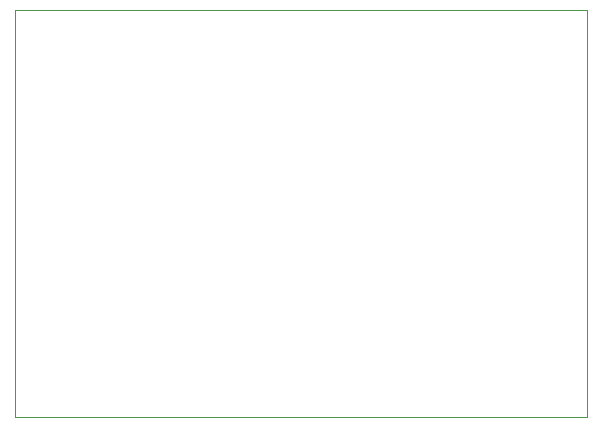
<source format=gbr>
%TF.GenerationSoftware,KiCad,Pcbnew,(6.0.10)*%
%TF.CreationDate,2023-02-10T15:19:28+05:30*%
%TF.ProjectId,MpptDemoBoard,4d707074-4465-46d6-9f42-6f6172642e6b,rev?*%
%TF.SameCoordinates,Original*%
%TF.FileFunction,Profile,NP*%
%FSLAX46Y46*%
G04 Gerber Fmt 4.6, Leading zero omitted, Abs format (unit mm)*
G04 Created by KiCad (PCBNEW (6.0.10)) date 2023-02-10 15:19:28*
%MOMM*%
%LPD*%
G01*
G04 APERTURE LIST*
%TA.AperFunction,Profile*%
%ADD10C,0.100000*%
%TD*%
G04 APERTURE END LIST*
D10*
X99034600Y-97790000D02*
X147472400Y-97790000D01*
X147472400Y-97790000D02*
X147472400Y-132232400D01*
X147472400Y-132232400D02*
X99034600Y-132232400D01*
X99034600Y-132232400D02*
X99034600Y-97790000D01*
M02*

</source>
